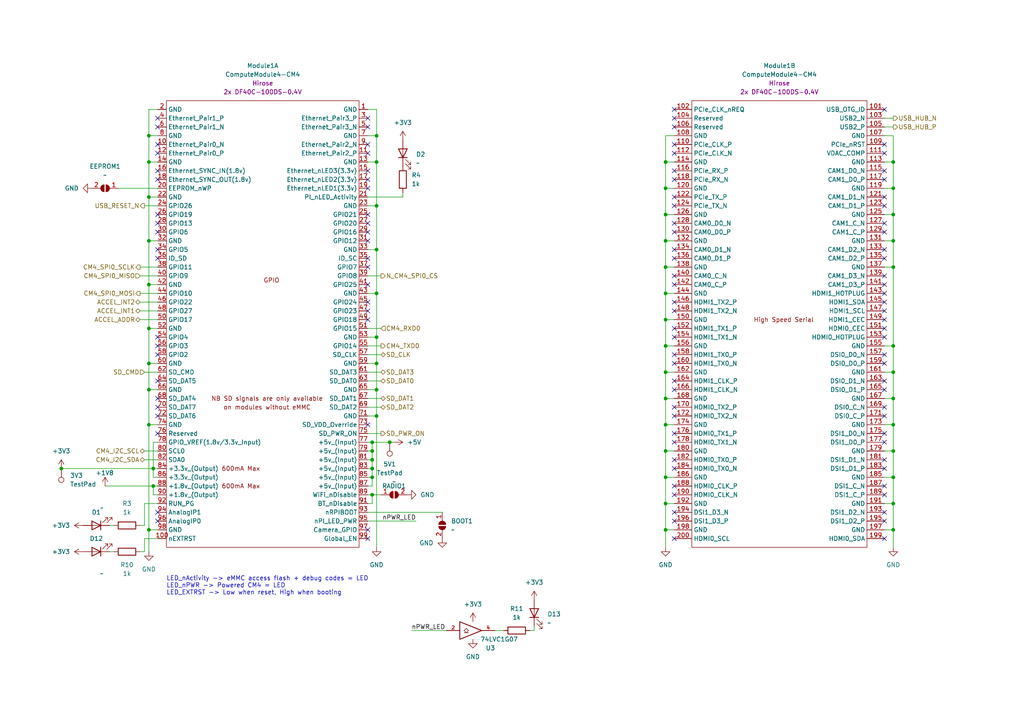
<source format=kicad_sch>
(kicad_sch (version 20211123) (generator eeschema)
  (paper "A4")
  (lib_symbols
    (symbol "74xGxx:74LVC1G07" (pin_names (offset 1.016))
      (property "Reference" "U" (at -2.54 3.81 0))
      (property "Value" "74LVC1G07" (at 0 -3.81 0))
      (symbol "74LVC1G07_0_1"
        (polyline (pts (xy -2.54 -0.635) (xy -1.27 -0.635)))
        (polyline (pts (xy -3.81 2.54) (xy -3.81 -2.54) (xy 2.54 0) (xy -3.81 2.54)) (stroke (width 0.254)))
        (polyline (pts (xy -1.905 0.635) (xy -2.54 0) (xy -1.905 -0.635) (xy -1.27 0) (xy -1.905 0.635)))
      )
      (symbol "74LVC1G07_1_1"
        (pin input line (at -7.62 0 0) (length 3.81) (name "~") (number "2"))
        (pin power_in line (at 0 -2.54 270) (length 0) hide (name "GND") (number "3"))
        (pin open_collector line (at 6.35 0 180) (length 3.81) (name "~") (number "4"))
        (pin power_in line (at 0 2.54 90) (length 0) hide (name "VCC") (number "5"))
      )
    )
    (symbol "CM4IO:ComputeModule4-CM4"
      (property "Reference" "Module" (at 113.03 -68.58 0))
      (property "Value" "ComputeModule4-CM4" (at 140.97 2.54 0))
      (property "Field4" "Hirose" (at 0 0 0))
      (property "Field5" "2x DF40C-100DS-0.4V" (at 0 -2.54 0))
      (symbol "ComputeModule4-CM4_1_0"
        (text "GPIO" (at 0 6.35 0) (effects (font (size 1.27 1.27))))
      )
      (symbol "ComputeModule4-CM4_1_1"
        (rectangle (start -30.48 -71.12) (end 25.4 58.42))
        (text "600mA Max" (at -8.89 -53.34 0) (effects (font (size 1.27 1.27))))
        (text "600mA Max" (at -8.89 -48.26 0) (effects (font (size 1.27 1.27))))
        (text "NB SD signals are only available" (at -1.27 -27.94 0) (effects (font (size 1.27 1.27))))
        (text "on modules without eMMC" (at -1.27 -30.48 0) (effects (font (size 1.27 1.27))))
        (pin power_in line (at 27.94 55.88 180) (length 2.54) (name "GND") (number "1"))
        (pin passive line (at -33.02 45.72 0) (length 2.54) (name "Ethernet_Pair0_N") (number "10"))
        (pin output line (at -33.02 -68.58 0) (length 2.54) (name "nEXTRST") (number "100"))
        (pin passive line (at 27.94 43.18 180) (length 2.54) (name "Ethernet_Pair2_P") (number "11"))
        (pin passive line (at -33.02 43.18 0) (length 2.54) (name "Ethernet_Pair0_P") (number "12"))
        (pin power_in line (at 27.94 40.64 180) (length 2.54) (name "GND") (number "13"))
        (pin power_in line (at -33.02 40.64 0) (length 2.54) (name "GND") (number "14"))
        (pin output line (at 27.94 38.1 180) (length 2.54) (name "Ethernet_nLED3(3.3v)") (number "15"))
        (pin input line (at -33.02 38.1 0) (length 2.54) (name "Ethernet_SYNC_IN(1.8v)") (number "16"))
        (pin output line (at 27.94 35.56 180) (length 2.54) (name "Ethernet_nLED2(3.3v)") (number "17"))
        (pin input line (at -33.02 35.56 0) (length 2.54) (name "Ethernet_SYNC_OUT(1.8v)") (number "18"))
        (pin output line (at 27.94 33.02 180) (length 2.54) (name "Ethernet_nLED1(3.3v)") (number "19"))
        (pin power_in line (at -33.02 55.88 0) (length 2.54) (name "GND") (number "2"))
        (pin passive line (at -33.02 33.02 0) (length 2.54) (name "EEPROM_nWP") (number "20"))
        (pin open_collector line (at 27.94 30.48 180) (length 2.54) (name "PI_nLED_Activity") (number "21"))
        (pin power_in line (at -33.02 30.48 0) (length 2.54) (name "GND") (number "22"))
        (pin power_in line (at 27.94 27.94 180) (length 2.54) (name "GND") (number "23"))
        (pin passive line (at -33.02 27.94 0) (length 2.54) (name "GPIO26") (number "24"))
        (pin passive line (at 27.94 25.4 180) (length 2.54) (name "GPIO21") (number "25"))
        (pin passive line (at -33.02 25.4 0) (length 2.54) (name "GPIO19") (number "26"))
        (pin passive line (at 27.94 22.86 180) (length 2.54) (name "GPIO20") (number "27"))
        (pin passive line (at -33.02 22.86 0) (length 2.54) (name "GPIO13") (number "28"))
        (pin passive line (at 27.94 20.32 180) (length 2.54) (name "GPIO16") (number "29"))
        (pin passive line (at 27.94 53.34 180) (length 2.54) (name "Ethernet_Pair3_P") (number "3"))
        (pin passive line (at -33.02 20.32 0) (length 2.54) (name "GPIO6") (number "30"))
        (pin passive line (at 27.94 17.78 180) (length 2.54) (name "GPIO12") (number "31"))
        (pin power_in line (at -33.02 17.78 0) (length 2.54) (name "GND") (number "32"))
        (pin power_in line (at 27.94 15.24 180) (length 2.54) (name "GND") (number "33"))
        (pin passive line (at -33.02 15.24 0) (length 2.54) (name "GPIO5") (number "34"))
        (pin passive line (at 27.94 12.7 180) (length 2.54) (name "ID_SC") (number "35"))
        (pin passive line (at -33.02 12.7 0) (length 2.54) (name "ID_SD") (number "36"))
        (pin passive line (at 27.94 10.16 180) (length 2.54) (name "GPIO7") (number "37"))
        (pin passive line (at -33.02 10.16 0) (length 2.54) (name "GPIO11") (number "38"))
        (pin passive line (at 27.94 7.62 180) (length 2.54) (name "GPIO8") (number "39"))
        (pin passive line (at -33.02 53.34 0) (length 2.54) (name "Ethernet_Pair1_P") (number "4"))
        (pin passive line (at -33.02 7.62 0) (length 2.54) (name "GPIO9") (number "40"))
        (pin passive line (at 27.94 5.08 180) (length 2.54) (name "GPIO25") (number "41"))
        (pin power_in line (at -33.02 5.08 0) (length 2.54) (name "GND") (number "42"))
        (pin power_in line (at 27.94 2.54 180) (length 2.54) (name "GND") (number "43"))
        (pin passive line (at -33.02 2.54 0) (length 2.54) (name "GPIO10") (number "44"))
        (pin passive line (at 27.94 0 180) (length 2.54) (name "GPIO24") (number "45"))
        (pin passive line (at -33.02 0 0) (length 2.54) (name "GPIO22") (number "46"))
        (pin passive line (at 27.94 -2.54 180) (length 2.54) (name "GPIO23") (number "47"))
        (pin passive line (at -33.02 -2.54 0) (length 2.54) (name "GPIO27") (number "48"))
        (pin passive line (at 27.94 -5.08 180) (length 2.54) (name "GPIO18") (number "49"))
        (pin passive line (at 27.94 50.8 180) (length 2.54) (name "Ethernet_Pair3_N") (number "5"))
        (pin passive line (at -33.02 -5.08 0) (length 2.54) (name "GPIO17") (number "50"))
        (pin passive line (at 27.94 -7.62 180) (length 2.54) (name "GPIO15") (number "51"))
        (pin power_in line (at -33.02 -7.62 0) (length 2.54) (name "GND") (number "52"))
        (pin power_in line (at 27.94 -10.16 180) (length 2.54) (name "GND") (number "53"))
        (pin passive line (at -33.02 -10.16 0) (length 2.54) (name "GPIO4") (number "54"))
        (pin passive line (at 27.94 -12.7 180) (length 2.54) (name "GPIO14") (number "55"))
        (pin passive line (at -33.02 -12.7 0) (length 2.54) (name "GPIO3") (number "56"))
        (pin passive line (at 27.94 -15.24 180) (length 2.54) (name "SD_CLK") (number "57"))
        (pin passive line (at -33.02 -15.24 0) (length 2.54) (name "GPIO2") (number "58"))
        (pin power_in line (at 27.94 -17.78 180) (length 2.54) (name "GND") (number "59"))
        (pin passive line (at -33.02 50.8 0) (length 2.54) (name "Ethernet_Pair1_N") (number "6"))
        (pin power_in line (at -33.02 -17.78 0) (length 2.54) (name "GND") (number "60"))
        (pin passive line (at 27.94 -20.32 180) (length 2.54) (name "SD_DAT3") (number "61"))
        (pin passive line (at -33.02 -20.32 0) (length 2.54) (name "SD_CMD") (number "62"))
        (pin passive line (at 27.94 -22.86 180) (length 2.54) (name "SD_DAT0") (number "63"))
        (pin passive line (at -33.02 -22.86 0) (length 2.54) (name "SD_DAT5") (number "64"))
        (pin power_in line (at 27.94 -25.4 180) (length 2.54) (name "GND") (number "65"))
        (pin power_in line (at -33.02 -25.4 0) (length 2.54) (name "GND") (number "66"))
        (pin passive line (at 27.94 -27.94 180) (length 2.54) (name "SD_DAT1") (number "67"))
        (pin passive line (at -33.02 -27.94 0) (length 2.54) (name "SD_DAT4") (number "68"))
        (pin passive line (at 27.94 -30.48 180) (length 2.54) (name "SD_DAT2") (number "69"))
        (pin power_in line (at 27.94 48.26 180) (length 2.54) (name "GND") (number "7"))
        (pin passive line (at -33.02 -30.48 0) (length 2.54) (name "SD_DAT7") (number "70"))
        (pin power_in line (at 27.94 -33.02 180) (length 2.54) (name "GND") (number "71"))
        (pin passive line (at -33.02 -33.02 0) (length 2.54) (name "SD_DAT6") (number "72"))
        (pin input line (at 27.94 -35.56 180) (length 2.54) (name "SD_VDD_Override") (number "73"))
        (pin power_in line (at -33.02 -35.56 0) (length 2.54) (name "GND") (number "74"))
        (pin output line (at 27.94 -38.1 180) (length 2.54) (name "SD_PWR_ON") (number "75"))
        (pin passive line (at -33.02 -38.1 0) (length 2.54) (name "Reserved") (number "76"))
        (pin power_in line (at 27.94 -40.64 180) (length 2.54) (name "+5v_(Input)") (number "77"))
        (pin power_in line (at -33.02 -40.64 0) (length 2.54) (name "GPIO_VREF(1.8v/3.3v_Input)") (number "78"))
        (pin power_in line (at 27.94 -43.18 180) (length 2.54) (name "+5v_(Input)") (number "79"))
        (pin power_in line (at -33.02 48.26 0) (length 2.54) (name "GND") (number "8"))
        (pin passive line (at -33.02 -43.18 0) (length 2.54) (name "SCL0") (number "80"))
        (pin power_in line (at 27.94 -45.72 180) (length 2.54) (name "+5v_(Input)") (number "81"))
        (pin passive line (at -33.02 -45.72 0) (length 2.54) (name "SDA0") (number "82"))
        (pin power_in line (at 27.94 -48.26 180) (length 2.54) (name "+5v_(Input)") (number "83"))
        (pin power_out line (at -33.02 -48.26 0) (length 2.54) (name "+3.3v_(Output)") (number "84"))
        (pin power_in line (at 27.94 -50.8 180) (length 2.54) (name "+5v_(Input)") (number "85"))
        (pin power_out line (at -33.02 -50.8 0) (length 2.54) (name "+3.3v_(Output)") (number "86"))
        (pin power_in line (at 27.94 -53.34 180) (length 2.54) (name "+5v_(Input)") (number "87"))
        (pin power_out line (at -33.02 -53.34 0) (length 2.54) (name "+1.8v_(Output)") (number "88"))
        (pin power_in line (at 27.94 -55.88 180) (length 2.54) (name "WiFi_nDisable") (number "89"))
        (pin passive line (at 27.94 45.72 180) (length 2.54) (name "Ethernet_Pair2_N") (number "9"))
        (pin power_out line (at -33.02 -55.88 0) (length 2.54) (name "+1.8v_(Output)") (number "90"))
        (pin power_in line (at 27.94 -58.42 180) (length 2.54) (name "BT_nDisable") (number "91"))
        (pin passive line (at -33.02 -58.42 0) (length 2.54) (name "RUN_PG") (number "92"))
        (pin input line (at 27.94 -60.96 180) (length 2.54) (name "nRPIBOOT") (number "93"))
        (pin passive line (at -33.02 -60.96 0) (length 2.54) (name "AnalogIP1") (number "94"))
        (pin output line (at 27.94 -63.5 180) (length 2.54) (name "nPI_LED_PWR") (number "95"))
        (pin passive line (at -33.02 -63.5 0) (length 2.54) (name "AnalogIP0") (number "96"))
        (pin passive line (at 27.94 -66.04 180) (length 2.54) (name "Camera_GPIO") (number "97"))
        (pin power_in line (at -33.02 -66.04 0) (length 2.54) (name "GND") (number "98"))
        (pin input line (at 27.94 -68.58 180) (length 2.54) (name "Global_EN") (number "99"))
      )
      (symbol "ComputeModule4-CM4_2_1"
        (rectangle (start 114.3 -66.04) (end 165.1 63.5))
        (text "High Speed Serial" (at 140.97 0 0) (effects (font (size 1.27 1.27))))
        (pin input line (at 170.18 60.96 180) (length 5.08) (name "USB_OTG_ID") (number "101"))
        (pin input line (at 109.22 60.96 0) (length 5.08) (name "PCIe_CLK_nREQ") (number "102"))
        (pin passive line (at 170.18 58.42 180) (length 5.08) (name "USB2_N") (number "103"))
        (pin passive line (at 109.22 58.42 0) (length 5.08) (name "Reserved") (number "104"))
        (pin passive line (at 170.18 55.88 180) (length 5.08) (name "USB2_P") (number "105"))
        (pin passive line (at 109.22 55.88 0) (length 5.08) (name "Reserved") (number "106"))
        (pin power_in line (at 170.18 53.34 180) (length 5.08) (name "GND") (number "107"))
        (pin power_in line (at 109.22 53.34 0) (length 5.08) (name "GND") (number "108"))
        (pin bidirectional line (at 170.18 50.8 180) (length 5.08) (name "PCIe_nRST") (number "109"))
        (pin output line (at 109.22 50.8 0) (length 5.08) (name "PCIe_CLK_P") (number "110"))
        (pin passive line (at 170.18 48.26 180) (length 5.08) (name "VDAC_COMP") (number "111"))
        (pin output line (at 109.22 48.26 0) (length 5.08) (name "PCIe_CLK_N") (number "112"))
        (pin power_in line (at 170.18 45.72 180) (length 5.08) (name "GND") (number "113"))
        (pin power_in line (at 109.22 45.72 0) (length 5.08) (name "GND") (number "114"))
        (pin input line (at 170.18 43.18 180) (length 5.08) (name "CAM1_D0_N") (number "115"))
        (pin input line (at 109.22 43.18 0) (length 5.08) (name "PCIe_RX_P") (number "116"))
        (pin input line (at 170.18 40.64 180) (length 5.08) (name "CAM1_D0_P") (number "117"))
        (pin input line (at 109.22 40.64 0) (length 5.08) (name "PCIe_RX_N") (number "118"))
        (pin power_in line (at 170.18 38.1 180) (length 5.08) (name "GND") (number "119"))
        (pin power_in line (at 109.22 38.1 0) (length 5.08) (name "GND") (number "120"))
        (pin input line (at 170.18 35.56 180) (length 5.08) (name "CAM1_D1_N") (number "121"))
        (pin output line (at 109.22 35.56 0) (length 5.08) (name "PCIe_TX_P") (number "122"))
        (pin input line (at 170.18 33.02 180) (length 5.08) (name "CAM1_D1_P") (number "123"))
        (pin output line (at 109.22 33.02 0) (length 5.08) (name "PCIe_TX_N") (number "124"))
        (pin power_in line (at 170.18 30.48 180) (length 5.08) (name "GND") (number "125"))
        (pin power_in line (at 109.22 30.48 0) (length 5.08) (name "GND") (number "126"))
        (pin input line (at 170.18 27.94 180) (length 5.08) (name "CAM1_C_N") (number "127"))
        (pin input line (at 109.22 27.94 0) (length 5.08) (name "CAM0_D0_N") (number "128"))
        (pin input line (at 170.18 25.4 180) (length 5.08) (name "CAM1_C_P") (number "129"))
        (pin input line (at 109.22 25.4 0) (length 5.08) (name "CAM0_D0_P") (number "130"))
        (pin power_in line (at 170.18 22.86 180) (length 5.08) (name "GND") (number "131"))
        (pin power_in line (at 109.22 22.86 0) (length 5.08) (name "GND") (number "132"))
        (pin input line (at 170.18 20.32 180) (length 5.08) (name "CAM1_D2_N") (number "133"))
        (pin input line (at 109.22 20.32 0) (length 5.08) (name "CAM0_D1_N") (number "134"))
        (pin input line (at 170.18 17.78 180) (length 5.08) (name "CAM1_D2_P") (number "135"))
        (pin input line (at 109.22 17.78 0) (length 5.08) (name "CAM0_D1_P") (number "136"))
        (pin power_in line (at 170.18 15.24 180) (length 5.08) (name "GND") (number "137"))
        (pin power_in line (at 109.22 15.24 0) (length 5.08) (name "GND") (number "138"))
        (pin input line (at 170.18 12.7 180) (length 5.08) (name "CAM1_D3_N") (number "139"))
        (pin input line (at 109.22 12.7 0) (length 5.08) (name "CAM0_C_N") (number "140"))
        (pin input line (at 170.18 10.16 180) (length 5.08) (name "CAM1_D3_P") (number "141"))
        (pin input line (at 109.22 10.16 0) (length 5.08) (name "CAM0_C_P") (number "142"))
        (pin input line (at 170.18 7.62 180) (length 5.08) (name "HDMI1_HOTPLUG") (number "143"))
        (pin power_in line (at 109.22 7.62 0) (length 5.08) (name "GND") (number "144"))
        (pin bidirectional line (at 170.18 5.08 180) (length 5.08) (name "HDMI1_SDA") (number "145"))
        (pin output line (at 109.22 5.08 0) (length 5.08) (name "HDMI1_TX2_P") (number "146"))
        (pin open_collector line (at 170.18 2.54 180) (length 5.08) (name "HDMI1_SCL") (number "147"))
        (pin output line (at 109.22 2.54 0) (length 5.08) (name "HDMI1_TX2_N") (number "148"))
        (pin open_collector line (at 170.18 0 180) (length 5.08) (name "HDMI1_CEC") (number "149"))
        (pin power_in line (at 109.22 0 0) (length 5.08) (name "GND") (number "150"))
        (pin open_collector line (at 170.18 -2.54 180) (length 5.08) (name "HDMI0_CEC") (number "151"))
        (pin output line (at 109.22 -2.54 0) (length 5.08) (name "HDMI1_TX1_P") (number "152"))
        (pin input line (at 170.18 -5.08 180) (length 5.08) (name "HDMI0_HOTPLUG") (number "153"))
        (pin output line (at 109.22 -5.08 0) (length 5.08) (name "HDMI1_TX1_N") (number "154"))
        (pin power_in line (at 170.18 -7.62 180) (length 5.08) (name "GND") (number "155"))
        (pin power_in line (at 109.22 -7.62 0) (length 5.08) (name "GND") (number "156"))
        (pin output line (at 170.18 -10.16 180) (length 5.08) (name "DSI0_D0_N") (number "157"))
        (pin output line (at 109.22 -10.16 0) (length 5.08) (name "HDMI1_TX0_P") (number "158"))
        (pin output line (at 170.18 -12.7 180) (length 5.08) (name "DSI0_D0_P") (number "159"))
        (pin output line (at 109.22 -12.7 0) (length 5.08) (name "HDMI1_TX0_N") (number "160"))
        (pin power_in line (at 170.18 -15.24 180) (length 5.08) (name "GND") (number "161"))
        (pin power_in line (at 109.22 -15.24 0) (length 5.08) (name "GND") (number "162"))
        (pin output line (at 170.18 -17.78 180) (length 5.08) (name "DSI0_D1_N") (number "163"))
        (pin output line (at 109.22 -17.78 0) (length 5.08) (name "HDMI1_CLK_P") (number "164"))
        (pin output line (at 170.18 -20.32 180) (length 5.08) (name "DSI0_D1_P") (number "165"))
        (pin output line (at 109.22 -20.32 0) (length 5.08) (name "HDMI1_CLK_N") (number "166"))
        (pin power_in line (at 170.18 -22.86 180) (length 5.08) (name "GND") (number "167"))
        (pin power_in line (at 109.22 -22.86 0) (length 5.08) (name "GND") (number "168"))
        (pin output line (at 170.18 -25.4 180) (length 5.08) (name "DSI0_C_N") (number "169"))
        (pin output line (at 109.22 -25.4 0) (length 5.08) (name "HDMI0_TX2_P") (number "170"))
        (pin output line (at 170.18 -27.94 180) (length 5.08) (name "DSI0_C_P") (number "171"))
        (pin output line (at 109.22 -27.94 0) (length 5.08) (name "HDMI0_TX2_N") (number "172"))
        (pin power_in line (at 170.18 -30.48 180) (length 5.08) (name "GND") (number "173"))
        (pin power_in line (at 109.22 -30.48 0) (length 5.08) (name "GND") (number "174"))
        (pin output line (at 170.18 -33.02 180) (length 5.08) (name "DSI1_D0_N") (number "175"))
        (pin output line (at 109.22 -33.02 0) (length 5.08) (name "HDMI0_TX1_P") (number "176"))
        (pin output line (at 170.18 -35.56 180) (length 5.08) (name "DSI1_D0_P") (number "177"))
        (pin output line (at 109.22 -35.56 0) (length 5.08) (name "HDMI0_TX1_N") (number "178"))
        (pin power_in line (at 170.18 -38.1 180) (length 5.08) (name "GND") (number "179"))
        (pin power_in line (at 109.22 -38.1 0) (length 5.08) (name "GND") (number "180"))
        (pin output line (at 170.18 -40.64 180) (length 5.08) (name "DSI1_D1_N") (number "181"))
        (pin output line (at 109.22 -40.64 0) (length 5.08) (name "HDMI0_TX0_P") (number "182"))
        (pin output line (at 170.18 -43.18 180) (length 5.08) (name "DSI1_D1_P") (number "183"))
        (pin output line (at 109.22 -43.18 0) (length 5.08) (name "HDMI0_TX0_N") (number "184"))
        (pin power_in line (at 170.18 -45.72 180) (length 5.08) (name "GND") (number "185"))
        (pin power_in line (at 109.22 -45.72 0) (length 5.08) (name "GND") (number "186"))
        (pin output line (at 170.18 -48.26 180) (length 5.08) (name "DSI1_C_N") (number "187"))
        (pin output line (at 109.22 -48.26 0) (length 5.08) (name "HDMI0_CLK_P") (number "188"))
        (pin output line (at 170.18 -50.8 180) (length 5.08) (name "DSI1_C_P") (number "189"))
        (pin output line (at 109.22 -50.8 0) (length 5.08) (name "HDMI0_CLK_N") (number "190"))
        (pin power_in line (at 170.18 -53.34 180) (length 5.08) (name "GND") (number "191"))
        (pin power_in line (at 109.22 -53.34 0) (length 5.08) (name "GND") (number "192"))
        (pin output line (at 170.18 -55.88 180) (length 5.08) (name "DSI1_D2_N") (number "193"))
        (pin output line (at 109.22 -55.88 0) (length 5.08) (name "DSI1_D3_N") (number "194"))
        (pin output line (at 170.18 -58.42 180) (length 5.08) (name "DSI1_D2_P") (number "195"))
        (pin output line (at 109.22 -58.42 0) (length 5.08) (name "DSI1_D3_P") (number "196"))
        (pin power_in line (at 170.18 -60.96 180) (length 5.08) (name "GND") (number "197"))
        (pin power_in line (at 109.22 -60.96 0) (length 5.08) (name "GND") (number "198"))
        (pin bidirectional line (at 170.18 -63.5 180) (length 5.08) (name "HDMI0_SDA") (number "199"))
        (pin open_collector line (at 109.22 -63.5 0) (length 5.08) (name "HDMI0_SCL") (number "200"))
      )
    )
    (symbol "Connector:TestPoint" (pin_numbers hide) (pin_names (offset 0.762) hide)
      (property "Reference" "TP" (at 0 6.858 0))
      (property "Value" "TestPoint" (at 0 5.08 0))
      (symbol "TestPoint_0_1"
        (circle (center 0 3.302) (radius 0.762))
      )
      (symbol "TestPoint_1_1"
        (pin passive line (at 0 0 90) (length 2.54) (name "1") (number "1"))
      )
    )
    (symbol "Device:LED" (pin_numbers hide) (pin_names (offset 1.016) hide)
      (property "Reference" "D" (at 0 2.54 0))
      (property "Value" "LED" (at 0 -2.54 0))
      (symbol "LED_0_1"
        (polyline (pts (xy -1.27 -1.27) (xy -1.27 1.27)) (stroke (width 0.254)))
        (polyline (pts (xy -1.27 0) (xy 1.27 0)))
        (polyline (pts (xy 1.27 -1.27) (xy 1.27 1.27) (xy -1.27 0) (xy 1.27 -1.27)) (stroke (width 0.254)))
        (polyline (pts (xy -3.048 -0.762) (xy -4.572 -2.286) (xy -3.81 -2.286) (xy -4.572 -2.286) (xy -4.572 -1.524)))
        (polyline (pts (xy -1.778 -0.762) (xy -3.302 -2.286) (xy -2.54 -2.286) (xy -3.302 -2.286) (xy -3.302 -1.524)))
      )
      (symbol "LED_1_1"
        (pin passive line (at -3.81 0 0) (length 2.54) (name "K") (number "1"))
        (pin passive line (at 3.81 0 180) (length 2.54) (name "A") (number "2"))
      )
    )
    (symbol "Device:R" (pin_numbers hide) (pin_names (offset 0))
      (property "Reference" "R" (at 2.032 0 90))
      (property "Value" "R" (at 0 0 90))
      (symbol "R_0_1"
        (rectangle (start -1.016 -2.54) (end 1.016 2.54) (stroke (width 0.254)))
      )
      (symbol "R_1_1"
        (pin passive line (at 0 3.81 270) (length 1.27) (name "~") (number "1"))
        (pin passive line (at 0 -3.81 90) (length 1.27) (name "~") (number "2"))
      )
    )
    (symbol "Jumper:SolderJumper_2_Open" (pin_names (offset 0) hide)
      (property "Reference" "JP" (at 0 2.032 0))
      (property "Value" "SolderJumper_2_Open" (at 0 -2.54 0))
      (symbol "SolderJumper_2_Open_0_1"
        (arc (start -0.254 1.016) (mid -1.27 0) (end -0.254 -1.016))
        (arc (start -0.254 1.016) (mid -1.27 0) (end -0.254 -1.016) (fill (type outline)))
        (polyline (pts (xy -0.254 1.016) (xy -0.254 -1.016)))
        (polyline (pts (xy 0.254 1.016) (xy 0.254 -1.016)))
        (arc (start 0.254 -1.016) (mid 1.27 0) (end 0.254 1.016))
        (arc (start 0.254 -1.016) (mid 1.27 0) (end 0.254 1.016) (fill (type outline)))
      )
      (symbol "SolderJumper_2_Open_1_1"
        (pin passive line (at -3.81 0 0) (length 2.54) (name "A") (number "1"))
        (pin passive line (at 3.81 0 180) (length 2.54) (name "B") (number "2"))
      )
    )
    (symbol "power:+1V8" (power) (pin_names (offset 0))
      (property "Value" "+1V8" (at 0 3.556 0))
      (symbol "+1V8_0_1"
        (polyline (pts (xy -0.762 1.27) (xy 0 2.54)))
        (polyline (pts (xy 0 0) (xy 0 2.54)))
        (polyline (pts (xy 0 2.54) (xy 0.762 1.27)))
      )
      (symbol "+1V8_1_1"
        (pin power_in line (at 0 0 90) (length 0) hide (name "+1V8") (number "1"))
      )
    )
    (symbol "power:+3V3" (power) (pin_names (offset 0))
      (property "Value" "+3V3" (at 0 3.556 0))
      (symbol "+3V3_0_1"
        (polyline (pts (xy -0.762 1.27) (xy 0 2.54)))
        (polyline (pts (xy 0 0) (xy 0 2.54)))
        (polyline (pts (xy 0 2.54) (xy 0.762 1.27)))
      )
      (symbol "+3V3_1_1"
        (pin power_in line (at 0 0 90) (length 0) hide (name "+3V3") (number "1"))
      )
    )
    (symbol "power:+5V" (power) (pin_names (offset 0))
      (property "Value" "+5V" (at 0 3.556 0))
      (symbol "+5V_0_1"
        (polyline (pts (xy -0.762 1.27) (xy 0 2.54)))
        (polyline (pts (xy 0 0) (xy 0 2.54)))
        (polyline (pts (xy 0 2.54) (xy 0.762 1.27)))
      )
      (symbol "+5V_1_1"
        (pin power_in line (at 0 0 90) (length 0) hide (name "+5V") (number "1"))
      )
    )
    (symbol "power:GND" (power) (pin_names (offset 0))
      (property "Value" "GND" (at 0 -3.81 0))
      (symbol "GND_0_1"
        (polyline (pts (xy 0 0) (xy 0 -1.27) (xy 1.27 -1.27) (xy 0 -2.54) (xy -1.27 -1.27) (xy 0 -1.27)))
      )
      (symbol "GND_1_1"
        (pin power_in line (at 0 0 270) (length 0) hide (name "GND") (number "1"))
      )
    )
  )
  (junction (at 193.04 92.71))
  (junction (at 109.22 72.39))
  (junction (at 193.04 69.85))
  (junction (at 259.08 153.67))
  (junction (at 193.04 146.05))
  (junction (at 193.04 85.09))
  (junction (at 43.18 123.19))
  (junction (at 109.22 85.09))
  (junction (at 43.18 69.85))
  (junction (at 193.04 123.19))
  (junction (at 107.95 130.81))
  (junction (at 109.22 46.99))
  (junction (at 259.08 138.43))
  (junction (at 44.45 140.97))
  (junction (at 107.95 143.51))
  (junction (at 193.04 153.67))
  (junction (at 259.08 46.99))
  (junction (at 43.18 113.03))
  (junction (at 109.22 59.69))
  (junction (at 193.04 115.57))
  (junction (at 259.08 54.61))
  (junction (at 193.04 130.81))
  (junction (at 113.03 128.27))
  (junction (at 193.04 138.43))
  (junction (at 259.08 123.19))
  (junction (at 43.18 82.55))
  (junction (at 109.22 113.03))
  (junction (at 109.22 97.79))
  (junction (at 107.95 138.43))
  (junction (at 259.08 115.57))
  (junction (at 193.04 100.33))
  (junction (at 17.78 135.89))
  (junction (at 43.18 95.25))
  (junction (at 107.95 135.89))
  (junction (at 259.08 100.33))
  (junction (at 109.22 120.65))
  (junction (at 43.18 46.99))
  (junction (at 259.08 77.47))
  (junction (at 43.18 39.37))
  (junction (at 193.04 77.47))
  (junction (at 259.08 107.95))
  (junction (at 193.04 46.99))
  (junction (at 259.08 69.85))
  (junction (at 193.04 62.23))
  (junction (at 43.18 153.67))
  (junction (at 109.22 39.37))
  (junction (at 193.04 54.61))
  (junction (at 107.95 128.27))
  (junction (at 259.08 130.81))
  (junction (at 43.18 105.41))
  (junction (at 259.08 146.05))
  (junction (at 193.04 107.95))
  (junction (at 259.08 62.23))
  (junction (at 43.18 57.15))
  (junction (at 107.95 133.35))
  (junction (at 109.22 105.41))
  (junction (at 44.45 135.89))
  (no_connect (at 45.72 115.57))
  (no_connect (at 45.72 120.65))
  (no_connect (at 256.54 135.89))
  (no_connect (at 256.54 151.13))
  (no_connect (at 256.54 148.59))
  (no_connect (at 256.54 143.51))
  (no_connect (at 256.54 140.97))
  (no_connect (at 256.54 156.21))
  (no_connect (at 106.68 123.19))
  (no_connect (at 106.68 49.53))
  (no_connect (at 106.68 52.07))
  (no_connect (at 106.68 54.61))
  (no_connect (at 106.68 34.29))
  (no_connect (at 106.68 36.83))
  (no_connect (at 106.68 41.91))
  (no_connect (at 106.68 44.45))
  (no_connect (at 45.72 49.53))
  (no_connect (at 45.72 52.07))
  (no_connect (at 45.72 34.29))
  (no_connect (at 45.72 36.83))
  (no_connect (at 45.72 41.91))
  (no_connect (at 45.72 44.45))
  (no_connect (at 195.58 151.13))
  (no_connect (at 195.58 156.21))
  (no_connect (at 195.58 80.01))
  (no_connect (at 195.58 82.55))
  (no_connect (at 195.58 64.77))
  (no_connect (at 195.58 87.63))
  (no_connect (at 195.58 90.17))
  (no_connect (at 195.58 72.39))
  (no_connect (at 195.58 74.93))
  (no_connect (at 195.58 95.25))
  (no_connect (at 195.58 97.79))
  (no_connect (at 195.58 148.59))
  (no_connect (at 195.58 140.97))
  (no_connect (at 195.58 143.51))
  (no_connect (at 195.58 102.87))
  (no_connect (at 195.58 105.41))
  (no_connect (at 195.58 118.11))
  (no_connect (at 195.58 120.65))
  (no_connect (at 195.58 125.73))
  (no_connect (at 195.58 128.27))
  (no_connect (at 195.58 110.49))
  (no_connect (at 195.58 113.03))
  (no_connect (at 195.58 133.35))
  (no_connect (at 195.58 135.89))
  (no_connect (at 256.54 52.07))
  (no_connect (at 256.54 49.53))
  (no_connect (at 256.54 44.45))
  (no_connect (at 256.54 41.91))
  (no_connect (at 195.58 41.91))
  (no_connect (at 195.58 44.45))
  (no_connect (at 195.58 31.75))
  (no_connect (at 195.58 34.29))
  (no_connect (at 195.58 36.83))
  (no_connect (at 195.58 49.53))
  (no_connect (at 195.58 52.07))
  (no_connect (at 195.58 57.15))
  (no_connect (at 195.58 59.69))
  (no_connect (at 45.72 110.49))
  (no_connect (at 45.72 118.11))
  (no_connect (at 256.54 97.79))
  (no_connect (at 256.54 95.25))
  (no_connect (at 256.54 92.71))
  (no_connect (at 256.54 90.17))
  (no_connect (at 256.54 87.63))
  (no_connect (at 256.54 85.09))
  (no_connect (at 256.54 82.55))
  (no_connect (at 256.54 80.01))
  (no_connect (at 256.54 74.93))
  (no_connect (at 256.54 72.39))
  (no_connect (at 256.54 67.31))
  (no_connect (at 256.54 64.77))
  (no_connect (at 256.54 59.69))
  (no_connect (at 256.54 57.15))
  (no_connect (at 256.54 133.35))
  (no_connect (at 256.54 120.65))
  (no_connect (at 256.54 118.11))
  (no_connect (at 256.54 128.27))
  (no_connect (at 256.54 125.73))
  (no_connect (at 256.54 113.03))
  (no_connect (at 256.54 110.49))
  (no_connect (at 256.54 105.41))
  (no_connect (at 256.54 102.87))
  (no_connect (at 106.68 153.67))
  (no_connect (at 45.72 125.73))
  (no_connect (at 256.54 31.75))
  (no_connect (at 106.68 87.63))
  (no_connect (at 106.68 90.17))
  (no_connect (at 106.68 92.71))
  (no_connect (at 45.72 102.87))
  (no_connect (at 45.72 100.33))
  (no_connect (at 45.72 97.79))
  (no_connect (at 45.72 74.93))
  (no_connect (at 45.72 72.39))
  (no_connect (at 45.72 67.31))
  (no_connect (at 45.72 64.77))
  (no_connect (at 45.72 62.23))
  (no_connect (at 106.68 62.23))
  (no_connect (at 106.68 64.77))
  (no_connect (at 106.68 69.85))
  (no_connect (at 106.68 67.31))
  (no_connect (at 106.68 74.93))
  (no_connect (at 106.68 77.47))
  (no_connect (at 106.68 82.55))
  (no_connect (at 45.72 151.13))
  (no_connect (at 195.58 67.31))
  (no_connect (at 106.68 156.21))
  (no_connect (at 45.72 148.59))
  (wire (pts (xy 107.95 143.51) (xy 110.49 143.51)))
  (wire (pts (xy 256.54 77.47) (xy 259.08 77.47)))
  (wire (pts (xy 193.04 153.67) (xy 195.58 153.67)))
  (wire (pts (xy 259.08 115.57) (xy 259.08 123.19)))
  (wire (pts (xy 256.54 62.23) (xy 259.08 62.23)))
  (wire (pts (xy 193.04 85.09) (xy 193.04 77.47)))
  (wire (pts (xy 193.04 77.47) (xy 193.04 69.85)))
  (wire (pts (xy 106.68 102.87) (xy 110.49 102.87)))
  (wire (pts (xy 109.22 105.41) (xy 109.22 97.79)))
  (wire (pts (xy 106.68 46.99) (xy 109.22 46.99)))
  (wire (pts (xy 113.03 128.27) (xy 114.3 128.27)))
  (wire (pts (xy 106.68 133.35) (xy 107.95 133.35)))
  (wire (pts (xy 193.04 39.37) (xy 195.58 39.37)))
  (wire (pts (xy 193.04 123.19) (xy 195.58 123.19)))
  (wire (pts (xy 256.54 100.33) (xy 259.08 100.33)))
  (wire (pts (xy 30.48 140.97) (xy 44.45 140.97)))
  (wire (pts (xy 106.68 118.11) (xy 110.49 118.11)))
  (wire (pts (xy 143.51 182.88) (xy 146.05 182.88)))
  (wire (pts (xy 193.04 100.33) (xy 195.58 100.33)))
  (wire (pts (xy 43.18 39.37) (xy 45.72 39.37)))
  (wire (pts (xy 193.04 46.99) (xy 195.58 46.99)))
  (wire (pts (xy 40.64 160.02) (xy 41.91 160.02)))
  (wire (pts (xy 43.18 69.85) (xy 43.18 57.15)))
  (wire (pts (xy 259.08 34.29) (xy 256.54 34.29)))
  (wire (pts (xy 193.04 54.61) (xy 193.04 46.99)))
  (wire (pts (xy 256.54 138.43) (xy 259.08 138.43)))
  (wire (pts (xy 43.18 31.75) (xy 45.72 31.75)))
  (wire (pts (xy 41.91 107.95) (xy 45.72 107.95)))
  (wire (pts (xy 259.08 123.19) (xy 259.08 130.81)))
  (wire (pts (xy 129.54 182.88) (xy 119.38 182.88)))
  (wire (pts (xy 45.72 138.43) (xy 44.45 138.43)))
  (wire (pts (xy 106.68 128.27) (xy 107.95 128.27)))
  (wire (pts (xy 193.04 62.23) (xy 195.58 62.23)))
  (wire (pts (xy 193.04 46.99) (xy 193.04 39.37)))
  (wire (pts (xy 259.08 107.95) (xy 259.08 115.57)))
  (wire (pts (xy 43.18 39.37) (xy 43.18 31.75)))
  (wire (pts (xy 40.64 77.47) (xy 45.72 77.47)))
  (wire (pts (xy 43.18 113.03) (xy 45.72 113.03)))
  (wire (pts (xy 44.45 128.27) (xy 44.45 135.89)))
  (wire (pts (xy 193.04 153.67) (xy 193.04 146.05)))
  (wire (pts (xy 106.68 80.01) (xy 110.49 80.01)))
  (wire (pts (xy 256.54 69.85) (xy 259.08 69.85)))
  (wire (pts (xy 106.68 107.95) (xy 110.49 107.95)))
  (wire (pts (xy 259.08 153.67) (xy 259.08 158.75)))
  (wire (pts (xy 193.04 85.09) (xy 195.58 85.09)))
  (wire (pts (xy 31.75 152.4) (xy 33.02 152.4)))
  (wire (pts (xy 193.04 62.23) (xy 193.04 54.61)))
  (wire (pts (xy 259.08 36.83) (xy 256.54 36.83)))
  (wire (pts (xy 109.22 113.03) (xy 109.22 105.41)))
  (wire (pts (xy 193.04 69.85) (xy 193.04 62.23)))
  (wire (pts (xy 43.18 82.55) (xy 43.18 69.85)))
  (wire (pts (xy 107.95 135.89) (xy 107.95 138.43)))
  (wire (pts (xy 109.22 72.39) (xy 109.22 59.69)))
  (wire (pts (xy 109.22 158.75) (xy 109.22 120.65)))
  (wire (pts (xy 259.08 146.05) (xy 259.08 153.67)))
  (wire (pts (xy 259.08 100.33) (xy 259.08 107.95)))
  (wire (pts (xy 106.68 125.73) (xy 110.49 125.73)))
  (wire (pts (xy 45.72 128.27) (xy 44.45 128.27)))
  (wire (pts (xy 193.04 92.71) (xy 195.58 92.71)))
  (wire (pts (xy 193.04 130.81) (xy 195.58 130.81)))
  (wire (pts (xy 43.18 105.41) (xy 45.72 105.41)))
  (wire (pts (xy 40.64 90.17) (xy 45.72 90.17)))
  (wire (pts (xy 43.18 57.15) (xy 45.72 57.15)))
  (wire (pts (xy 106.68 135.89) (xy 107.95 135.89)))
  (wire (pts (xy 43.18 82.55) (xy 45.72 82.55)))
  (wire (pts (xy 193.04 115.57) (xy 195.58 115.57)))
  (wire (pts (xy 43.18 160.02) (xy 43.18 153.67)))
  (wire (pts (xy 109.22 46.99) (xy 109.22 39.37)))
  (wire (pts (xy 43.18 46.99) (xy 43.18 39.37)))
  (wire (pts (xy 44.45 135.89) (xy 44.45 138.43)))
  (wire (pts (xy 193.04 146.05) (xy 193.04 138.43)))
  (wire (pts (xy 44.45 140.97) (xy 45.72 140.97)))
  (wire (pts (xy 193.04 100.33) (xy 193.04 92.71)))
  (wire (pts (xy 106.68 143.51) (xy 107.95 143.51)))
  (wire (pts (xy 43.18 113.03) (xy 43.18 105.41)))
  (wire (pts (xy 43.18 153.67) (xy 45.72 153.67)))
  (wire (pts (xy 43.18 123.19) (xy 43.18 113.03)))
  (wire (pts (xy 256.54 123.19) (xy 259.08 123.19)))
  (wire (pts (xy 106.68 138.43) (xy 107.95 138.43)))
  (wire (pts (xy 41.91 130.81) (xy 45.72 130.81)))
  (wire (pts (xy 193.04 123.19) (xy 193.04 115.57)))
  (wire (pts (xy 109.22 120.65) (xy 109.22 113.03)))
  (wire (pts (xy 106.68 140.97) (xy 107.95 140.97)))
  (wire (pts (xy 116.84 57.15) (xy 116.84 55.88)))
  (wire (pts (xy 106.68 115.57) (xy 110.49 115.57)))
  (wire (pts (xy 256.54 107.95) (xy 259.08 107.95)))
  (wire (pts (xy 256.54 146.05) (xy 259.08 146.05)))
  (wire (pts (xy 193.04 92.71) (xy 193.04 85.09)))
  (wire (pts (xy 43.18 46.99) (xy 45.72 46.99)))
  (wire (pts (xy 259.08 77.47) (xy 259.08 100.33)))
  (wire (pts (xy 259.08 62.23) (xy 259.08 54.61)))
  (wire (pts (xy 107.95 138.43) (xy 107.95 140.97)))
  (wire (pts (xy 43.18 153.67) (xy 43.18 123.19)))
  (wire (pts (xy 107.95 143.51) (xy 107.95 146.05)))
  (wire (pts (xy 44.45 143.51) (xy 44.45 140.97)))
  (wire (pts (xy 193.04 138.43) (xy 193.04 130.81)))
  (wire (pts (xy 193.04 77.47) (xy 195.58 77.47)))
  (wire (pts (xy 40.64 92.71) (xy 45.72 92.71)))
  (wire (pts (xy 40.64 85.09) (xy 45.72 85.09)))
  (wire (pts (xy 193.04 138.43) (xy 195.58 138.43)))
  (wire (pts (xy 106.68 148.59) (xy 128.27 148.59)))
  (wire (pts (xy 41.91 146.05) (xy 45.72 146.05)))
  (wire (pts (xy 154.94 182.88) (xy 153.67 182.88)))
  (wire (pts (xy 41.91 156.21) (xy 45.72 156.21)))
  (wire (pts (xy 109.22 31.75) (xy 106.68 31.75)))
  (wire (pts (xy 259.08 130.81) (xy 259.08 138.43)))
  (wire (pts (xy 41.91 133.35) (xy 45.72 133.35)))
  (wire (pts (xy 256.54 130.81) (xy 259.08 130.81)))
  (wire (pts (xy 193.04 107.95) (xy 195.58 107.95)))
  (wire (pts (xy 40.64 152.4) (xy 41.91 152.4)))
  (wire (pts (xy 43.18 69.85) (xy 45.72 69.85)))
  (wire (pts (xy 40.64 80.01) (xy 45.72 80.01)))
  (wire (pts (xy 106.68 85.09) (xy 109.22 85.09)))
  (wire (pts (xy 259.08 39.37) (xy 256.54 39.37)))
  (wire (pts (xy 107.95 128.27) (xy 113.03 128.27)))
  (wire (pts (xy 106.68 120.65) (xy 109.22 120.65)))
  (wire (pts (xy 256.54 54.61) (xy 259.08 54.61)))
  (wire (pts (xy 109.22 97.79) (xy 109.22 85.09)))
  (wire (pts (xy 193.04 107.95) (xy 193.04 100.33)))
  (wire (pts (xy 107.95 133.35) (xy 107.95 135.89)))
  (wire (pts (xy 193.04 146.05) (xy 195.58 146.05)))
  (wire (pts (xy 43.18 95.25) (xy 45.72 95.25)))
  (wire (pts (xy 43.18 105.41) (xy 43.18 95.25)))
  (wire (pts (xy 106.68 100.33) (xy 110.49 100.33)))
  (wire (pts (xy 193.04 130.81) (xy 193.04 123.19)))
  (wire (pts (xy 109.22 39.37) (xy 109.22 31.75)))
  (wire (pts (xy 256.54 153.67) (xy 259.08 153.67)))
  (wire (pts (xy 106.68 59.69) (xy 109.22 59.69)))
  (wire (pts (xy 106.68 151.13) (xy 120.65 151.13)))
  (wire (pts (xy 193.04 69.85) (xy 195.58 69.85)))
  (wire (pts (xy 41.91 59.69) (xy 45.72 59.69)))
  (wire (pts (xy 106.68 113.03) (xy 109.22 113.03)))
  (wire (pts (xy 109.22 85.09) (xy 109.22 72.39)))
  (wire (pts (xy 106.68 146.05) (xy 107.95 146.05)))
  (wire (pts (xy 193.04 115.57) (xy 193.04 107.95)))
  (wire (pts (xy 43.18 57.15) (xy 43.18 46.99)))
  (wire (pts (xy 259.08 138.43) (xy 259.08 146.05)))
  (wire (pts (xy 193.04 158.75) (xy 193.04 153.67)))
  (wire (pts (xy 256.54 46.99) (xy 259.08 46.99)))
  (wire (pts (xy 45.72 143.51) (xy 44.45 143.51)))
  (wire (pts (xy 41.91 160.02) (xy 41.91 156.21)))
  (wire (pts (xy 193.04 54.61) (xy 195.58 54.61)))
  (wire (pts (xy 106.68 105.41) (xy 109.22 105.41)))
  (wire (pts (xy 154.94 181.61) (xy 154.94 182.88)))
  (wire (pts (xy 259.08 69.85) (xy 259.08 77.47)))
  (wire (pts (xy 107.95 130.81) (xy 107.95 128.27)))
  (wire (pts (xy 106.68 110.49) (xy 110.49 110.49)))
  (wire (pts (xy 259.08 54.61) (xy 259.08 46.99)))
  (wire (pts (xy 259.08 62.23) (xy 259.08 69.85)))
  (wire (pts (xy 106.68 72.39) (xy 109.22 72.39)))
  (wire (pts (xy 107.95 130.81) (xy 107.95 133.35)))
  (wire (pts (xy 106.68 95.25) (xy 110.49 95.25)))
  (wire (pts (xy 106.68 57.15) (xy 116.84 57.15)))
  (wire (pts (xy 40.64 87.63) (xy 45.72 87.63)))
  (wire (pts (xy 43.18 95.25) (xy 43.18 82.55)))
  (wire (pts (xy 106.68 39.37) (xy 109.22 39.37)))
  (wire (pts (xy 256.54 115.57) (xy 259.08 115.57)))
  (wire (pts (xy 109.22 59.69) (xy 109.22 46.99)))
  (wire (pts (xy 259.08 46.99) (xy 259.08 39.37)))
  (wire (pts (xy 43.18 123.19) (xy 45.72 123.19)))
  (wire (pts (xy 41.91 152.4) (xy 41.91 146.05)))
  (wire (pts (xy 31.75 160.02) (xy 33.02 160.02)))
  (wire (pts (xy 34.29 54.61) (xy 45.72 54.61)))
  (wire (pts (xy 44.45 135.89) (xy 45.72 135.89)))
  (wire (pts (xy 106.68 97.79) (xy 109.22 97.79)))
  (wire (pts (xy 17.78 135.89) (xy 44.45 135.89)))
  (wire (pts (xy 106.68 130.81) (xy 107.95 130.81)))
  (text "LED_nActivity -> eMMC access flash + debug codes = LED\nLED_nPWR -> Powered CM4 = LED\nLED_EXTRST -> Low when reset, High when booting" (at 48.26 172.72 0) (effects (font (size 1.27 1.27)) (justify left bottom)))
  (label "nPWR_LED" (at 120.65 151.13 180))
  (label "nPWR_LED" (at 119.38 182.88 0))
  (hierarchical_label "CM4_I2C_SCL" (shape bidirectional) (at 41.91 130.81 180))
  (hierarchical_label "CM4_SPI0_SCLK" (shape output) (at 40.64 77.47 180))
  (hierarchical_label "CM4_SPI0_MOSI" (shape output) (at 40.64 85.09 180))
  (hierarchical_label "CM4_SPI0_MISO" (shape input) (at 40.64 80.01 180))
  (hierarchical_label "SD_DAT3" (shape bidirectional) (at 110.49 107.95 0))
  (hierarchical_label "SD_PWR_ON" (shape output) (at 110.49 125.73 0))
  (hierarchical_label "SD_DAT0" (shape bidirectional) (at 110.49 110.49 0))
  (hierarchical_label "USB_HUB_N" (shape output) (at 259.08 34.29 0))
  (hierarchical_label "USB_HUB_P" (shape output) (at 259.08 36.83 0))
  (hierarchical_label "ACCEL_ADDR" (shape bidirectional) (at 40.64 92.71 180))
  (hierarchical_label "ACCEL_INT1" (shape bidirectional) (at 40.64 90.17 180))
  (hierarchical_label "N_CM4_SPI0_CS" (shape output) (at 110.49 80.01 0))
  (hierarchical_label "CM4_TXD0" (shape output) (at 110.49 100.33 0))
  (hierarchical_label "SD_CLK" (shape bidirectional) (at 110.49 102.87 0))
  (hierarchical_label "SD_DAT2" (shape bidirectional) (at 110.49 118.11 0))
  (hierarchical_label "CM4_I2C_SDA" (shape bidirectional) (at 41.91 133.35 180))
  (hierarchical_label "SD_CMD" (shape input) (at 41.91 107.95 180))
  (hierarchical_label "USB_RESET_N" (shape output) (at 41.91 59.69 180))
  (hierarchical_label "CM4_RXD0" (shape input) (at 110.49 95.25 0))
  (hierarchical_label "ACCEL_INT2" (shape bidirectional) (at 40.64 87.63 180))
  (hierarchical_label "SD_DAT1" (shape bidirectional) (at 110.49 115.57 0))
  (symbol (lib_id "Device:LED") (at 27.94 152.4 180) (unit 1)
    (property "Reference" "D1" (at 27.94 148.59 0))
    (property "Value" "~" (at 29.5275 147.32 0))
    (property "Footprint" "LED_SMD:LED_0603_1608Metric" (effects hide))
  )
  (symbol (lib_id "Jumper:SolderJumper_2_Open") (at 114.3 143.51 0) (unit 1)
    (property "Reference" "RADIO1" (at 114.3 140.97 0))
    (property "Value" "~" (at 114.3 139.7 0))
    (property "Footprint" "Jumper:SolderJumper-2_P1.3mm_Open_TrianglePad1.0x1.5mm" (effects hide))
  )
  (symbol (lib_id "power:GND") (at 193.04 158.75 0) (unit 1)
    (property "Reference" "#PWR06" (effects hide))
    (property "Value" "GND" (at 193.04 163.83 0))
  )
  (symbol (lib_id "Jumper:SolderJumper_2_Open") (at 30.48 54.61 180) (unit 1)
    (property "Reference" "EEPROM1" (at 30.48 48.26 0))
    (property "Value" "~" (at 30.48 50.8 0))
    (property "Footprint" "Jumper:SolderJumper-2_P1.3mm_Open_TrianglePad1.0x1.5mm" (effects hide))
  )
  (symbol (lib_id "Device:R") (at 116.84 52.07 0) (unit 1)
    (property "Reference" "R4" (at 119.38 50.7999 0) (effects (justify left)))
    (property "Value" "1k" (at 119.38 53.3399 0) (effects (justify left)))
    (property "Footprint" "Resistor_SMD:R_0603_1608Metric" (effects hide))
  )
  (symbol (lib_id "Device:LED") (at 116.84 44.45 90) (unit 1)
    (property "Reference" "D2" (at 120.65 44.7674 90) (effects (justify right)))
    (property "Value" "~" (at 120.65 47.3074 90) (effects (justify right)))
    (property "Footprint" "LED_SMD:LED_0603_1608Metric" (effects hide))
  )
  (symbol (lib_id "power:GND") (at 128.27 156.21 0) (unit 1)
    (property "Reference" "#PWR031" (effects hide))
    (property "Value" "GND" (at 125.73 157.4799 0) (effects (justify right)))
  )
  (symbol (lib_id "Connector:TestPoint") (at 17.78 135.89 180) (unit 1)
    (property "Reference" "3V3" (at 20.32 137.9219 0) (effects (justify right)))
    (property "Value" "TestPad" (at 20.32 140.4619 0) (effects (justify right)))
    (property "Footprint" "TestPoint:TestPoint_Pad_D2.0mm" (effects hide))
  )
  (symbol (lib_id "Device:R") (at 36.83 152.4 90) (unit 1)
    (property "Reference" "R3" (at 36.83 146.05 90))
    (property "Value" "1k" (at 36.83 148.59 90))
    (property "Footprint" "Resistor_SMD:R_0603_1608Metric" (effects hide))
  )
  (symbol (lib_id "power:+5V") (at 114.3 128.27 270) (unit 1)
    (property "Reference" "#PWR0111" (effects hide))
    (property "Value" "+5V" (at 118.11 128.2699 90) (effects (justify left)))
  )
  (symbol (lib_id "CM4IO:ComputeModule4-CM4") (at 86.36 92.71 0) (unit 2)
    (property "Reference" "Module1" (at 226.06 19.05 0))
    (property "Value" "ComputeModule4-CM4" (at 226.06 21.59 0))
    (property "Footprint" "CM4IO:Raspberry-Pi-4-Compute-Module" (effects hide))
    (property "Field4" "Hirose" (at 226.06 24.13 0))
    (property "Field5" "2x DF40C-100DS-0.4V" (at 226.06 26.67 0))
  )
  (symbol (lib_id "Device:R") (at 36.83 160.02 90) (unit 1)
    (property "Reference" "R10" (at 36.83 163.83 90))
    (property "Value" "1k" (at 36.83 166.37 90))
    (property "Footprint" "Resistor_SMD:R_0603_1608Metric" (effects hide))
  )
  (symbol (lib_id "CM4IO:ComputeModule4-CM4") (at 78.74 87.63 0) (unit 1)
    (property "Reference" "Module1" (at 76.2 19.05 0))
    (property "Value" "ComputeModule4-CM4" (at 76.2 21.59 0))
    (property "Footprint" "CM4IO:Raspberry-Pi-4-Compute-Module" (effects hide))
    (property "Field4" "Hirose" (at 76.2 24.13 0))
    (property "Field5" "2x DF40C-100DS-0.4V" (at 76.2 26.67 0))
  )
  (symbol (lib_id "power:+3V3") (at 17.78 135.89 0) (unit 1)
    (property "Reference" "#PWR01" (effects hide))
    (property "Value" "+3V3" (at 17.78 130.81 0))
  )
  (symbol (lib_id "power:GND") (at 137.16 185.42 0) (unit 1)
    (property "Reference" "#PWR0123" (effects hide))
    (property "Value" "GND" (at 137.16 190.5 0))
  )
  (symbol (lib_id "power:GND") (at 259.08 158.75 0) (unit 1)
    (property "Reference" "#PWR07" (effects hide))
    (property "Value" "GND" (at 259.08 163.83 0))
  )
  (symbol (lib_id "power:+3V3") (at 24.13 160.02 90) (unit 1)
    (property "Reference" "#PWR0120" (effects hide))
    (property "Value" "+3V3" (at 20.32 160.0199 90) (effects (justify left)))
  )
  (symbol (lib_id "power:+3V3") (at 24.13 152.4 90) (unit 1)
    (property "Reference" "#PWR08" (effects hide))
    (property "Value" "+3V3" (at 20.32 152.3999 90) (effects (justify left)))
  )
  (symbol (lib_id "Device:LED") (at 154.94 177.8 90) (unit 1)
    (property "Reference" "D13" (at 158.75 178.1174 90) (effects (justify right)))
    (property "Value" "~" (at 158.75 180.6574 90) (effects (justify right)))
    (property "Footprint" "LED_SMD:LED_0603_1608Metric" (effects hide))
  )
  (symbol (lib_id "Device:R") (at 149.86 182.88 90) (unit 1)
    (property "Reference" "R11" (at 149.86 176.53 90))
    (property "Value" "1k" (at 149.86 179.07 90))
    (property "Footprint" "Resistor_SMD:R_0603_1608Metric" (effects hide))
  )
  (symbol (lib_id "power:GND") (at 43.18 160.02 0) (unit 1)
    (property "Reference" "#PWR03" (effects hide))
    (property "Value" "~" (at 43.18 165.1 0))
  )
  (symbol (lib_id "Device:LED") (at 27.94 160.02 180) (unit 1)
    (property "Reference" "D12" (at 27.94 156.21 0))
    (property "Value" "~" (at 29.5275 166.37 0))
    (property "Footprint" "LED_SMD:LED_0603_1608Metric" (effects hide))
  )
  (symbol (lib_id "power:+1V8") (at 30.48 140.97 0) (unit 1)
    (property "Reference" "#PWR02" (effects hide))
    (property "Value" "+1V8" (at 33.02 137.16 0) (effects (justify right)))
  )
  (symbol (lib_id "Jumper:SolderJumper_2_Open") (at 128.27 152.4 270) (unit 1)
    (property "Reference" "BOOT1" (at 130.81 151.1299 90) (effects (justify left)))
    (property "Value" "~" (at 130.81 153.6699 90) (effects (justify left)))
    (property "Footprint" "Jumper:SolderJumper-2_P1.3mm_Open_TrianglePad1.0x1.5mm" (effects hide))
  )
  (symbol (lib_id "power:+3V3") (at 154.94 173.99 0) (unit 1)
    (property "Reference" "#PWR0121" (effects hide))
    (property "Value" "+3V3" (at 154.94 168.91 0))
  )
  (symbol (lib_id "power:+3V3") (at 137.16 180.34 0) (unit 1)
    (property "Reference" "#PWR0122" (effects hide))
    (property "Value" "+3V3" (at 137.16 175.26 0))
  )
  (symbol (lib_id "Connector:TestPoint") (at 113.03 128.27 180) (unit 1)
    (property "Reference" "5V1" (at 113.03 134.62 0))
    (property "Value" "TestPad" (at 113.03 137.16 0))
    (property "Footprint" "TestPoint:TestPoint_Pad_D2.0mm" (effects hide))
  )
  (symbol (lib_id "power:GND") (at 118.11 143.51 90) (unit 1)
    (property "Reference" "#PWR033" (effects hide))
    (property "Value" "GND" (at 121.92 143.5099 90) (effects (justify right)))
  )
  (symbol (lib_id "power:+3V3") (at 116.84 40.64 0) (unit 1)
    (property "Reference" "#PWR011" (effects hide))
    (property "Value" "+3V3" (at 116.84 35.56 0))
  )
  (symbol (lib_id "power:GND") (at 26.67 54.61 270) (unit 1)
    (property "Reference" "#PWR020" (effects hide))
    (property "Value" "GND" (at 22.86 54.6099 90) (effects (justify right)))
  )
  (symbol (lib_id "power:GND") (at 109.22 158.75 0) (unit 1)
    (property "Reference" "#PWR04" (effects hide))
    (property "Value" "GND" (at 109.22 163.83 0))
  )
  (symbol (lib_id "74xGxx:74LVC1G07") (at 137.16 182.88 0) (unit 1)
    (property "Reference" "U3" (at 142.24 187.96 0))
    (property "Value" "74LVC1G07" (at 144.78 185.42 0))
    (property "Footprint" "Footprints:PSON50P145X100X60-6N" (effects hide))
    (property "Datasheet" "http://www.ti.com/lit/sg/scyt129e/scyt129e.pdf" (effects hide))
  )
)
</source>
